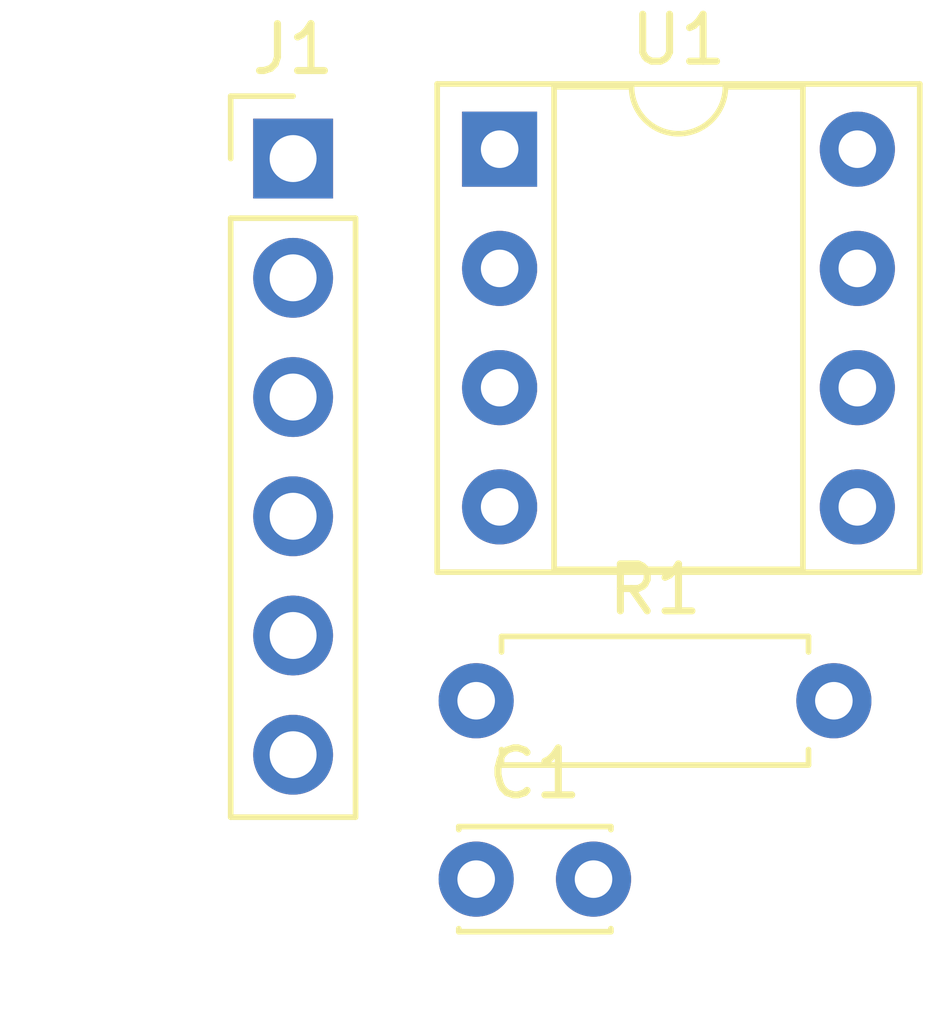
<source format=kicad_pcb>
(kicad_pcb (version 20221018) (generator pcbnew)
  (layers (0 "F.Cu" signal) (31 "B.Cu" signal) (34 "B.Paste" user) (35 "F.Paste" user) (36 "B.SilkS" user "B.Silkscreen") (37 "F.SilkS" user "F.Silkscreen") (38 "B.Mask" user) (39 "F.Mask" user) (44 "Edge.Cuts" user))
  (net 0 "")
  (net 1 "module Out")
  (net 2 "Net-(U1--)")
  (net 3 "module +VCC")
  (net 4 "module -VCC")
  (net 5 "GND")
  (net 6 "module In 1")
  (net 8 "module 4 -VCC")
  (footprint "Connector_PinHeader_2.54mm:PinHeader_1x06_P2.54mm_Vertical" (layer "F.Cu") (at 65.46 113.24)
    (fp_text reference "J1" (at 0 -2.33) (layer "F.SilkS"))
    (fp_text value "Conn_01x06_Pin")
    (fp_line (start -1.33 -1.33) (end 0 -1.33) (stroke (width 0.12)) (layer "F.SilkS"))
    (fp_line (start -1.33 0) (end -1.33 -1.33) (stroke (width 0.12)) (layer "F.SilkS"))
    (fp_line (start -1.33 1.27) (end -1.33 14.03) (stroke (width 0.12)) (layer "F.SilkS"))
    (fp_line (start -1.33 1.27) (end 1.33 1.27) (stroke (width 0.12)) (layer "F.SilkS"))
    (fp_line (start -1.33 14.03) (end 1.33 14.03) (stroke (width 0.12)) (layer "F.SilkS"))
    (fp_line (start 1.33 1.27) (end 1.33 14.03) (stroke (width 0.12)) (layer "F.SilkS"))
    (pad "1" thru_hole rect (at 0 0) (size 1.7 1.7) (drill 1) (layers "*.Cu" "*.Mask") (net 3 "module +VCC"))
    (pad "2" thru_hole oval (at 0 2.54) (size 1.7 1.7) (drill 1) (layers "*.Cu" "*.Mask") (net 4 "module -VCC"))
    (pad "3" thru_hole oval (at 0 5.08) (size 1.7 1.7) (drill 1) (layers "*.Cu" "*.Mask") (net 5 "GND"))
    (pad "4" thru_hole oval (at 0 7.62) (size 1.7 1.7) (drill 1) (layers "*.Cu" "*.Mask") (net 6 "module In 1"))
    (pad "5" thru_hole oval (at 0 10.16) (size 1.7 1.7) (drill 1) (layers "*.Cu" "*.Mask") (net 6 "module In 1"))
    (pad "6" thru_hole oval (at 0 12.7) (size 1.7 1.7) (drill 1) (layers "*.Cu" "*.Mask") (net 1 "module Out"))
  )
  (footprint "Capacitor_THT:C_Disc_D3.0mm_W2.0mm_P2.50mm" (layer "F.Cu") (at 69.36 128.59)
    (fp_text reference "C1" (at 1.25 -2.25) (layer "F.SilkS"))
    (fp_text value "C")
    (fp_line (start -0.37 -1.12) (end -0.37 -1.055) (stroke (width 0.12)) (layer "F.SilkS"))
    (fp_line (start -0.37 -1.12) (end 2.87 -1.12) (stroke (width 0.12)) (layer "F.SilkS"))
    (fp_line (start -0.37 1.055) (end -0.37 1.12) (stroke (width 0.12)) (layer "F.SilkS"))
    (fp_line (start -0.37 1.12) (end 2.87 1.12) (stroke (width 0.12)) (layer "F.SilkS"))
    (fp_line (start 2.87 -1.12) (end 2.87 -1.055) (stroke (width 0.12)) (layer "F.SilkS"))
    (fp_line (start 2.87 1.055) (end 2.87 1.12) (stroke (width 0.12)) (layer "F.SilkS"))
    (pad "1" thru_hole circle (at 0 0) (size 1.6 1.6) (drill 0.8) (layers "*.Cu" "*.Mask") (net 1 "module Out"))
    (pad "2" thru_hole circle (at 2.5 0) (size 1.6 1.6) (drill 0.8) (layers "*.Cu" "*.Mask") (net 2 "Net-(U1--)"))
  )
  (footprint "Package_DIP:DIP-8_W7.62mm_Socket" (layer "F.Cu") (at 69.86 113.04)
    (fp_text reference "U1" (at 3.81 -2.33) (layer "F.SilkS"))
    (fp_text value "TL071")
    (fp_line (start -1.33 -1.39) (end -1.33 9.01) (stroke (width 0.12)) (layer "F.SilkS"))
    (fp_line (start -1.33 9.01) (end 8.95 9.01) (stroke (width 0.12)) (layer "F.SilkS"))
    (fp_line (start 1.16 -1.33) (end 1.16 8.95) (stroke (width 0.12)) (layer "F.SilkS"))
    (fp_line (start 1.16 8.95) (end 6.46 8.95) (stroke (width 0.12)) (layer "F.SilkS"))
    (fp_line (start 2.81 -1.33) (end 1.16 -1.33) (stroke (width 0.12)) (layer "F.SilkS"))
    (fp_line (start 6.46 -1.33) (end 4.81 -1.33) (stroke (width 0.12)) (layer "F.SilkS"))
    (fp_line (start 6.46 8.95) (end 6.46 -1.33) (stroke (width 0.12)) (layer "F.SilkS"))
    (fp_line (start 8.95 -1.39) (end -1.33 -1.39) (stroke (width 0.12)) (layer "F.SilkS"))
    (fp_line (start 8.95 9.01) (end 8.95 -1.39) (stroke (width 0.12)) (layer "F.SilkS"))
    (fp_arc (start 4.81 -1.33) (mid 3.81 -0.33) (end 2.81 -1.33) (stroke (width 0.12)) (layer "F.SilkS"))
    (pad "1" thru_hole rect (at 0 0) (size 1.6 1.6) (drill 0.8) (layers "*.Cu" "*.Mask"))
    (pad "2" thru_hole oval (at 0 2.54) (size 1.6 1.6) (drill 0.8) (layers "*.Cu" "*.Mask") (net 2 "Net-(U1--)"))
    (pad "3" thru_hole oval (at 0 5.08) (size 1.6 1.6) (drill 0.8) (layers "*.Cu" "*.Mask") (net 5 "GND"))
    (pad "4" thru_hole oval (at 0 7.62) (size 1.6 1.6) (drill 0.8) (layers "*.Cu" "*.Mask") (net 8 "module 4 -VCC"))
    (pad "5" thru_hole oval (at 7.62 7.62) (size 1.6 1.6) (drill 0.8) (layers "*.Cu" "*.Mask"))
    (pad "6" thru_hole oval (at 7.62 5.08) (size 1.6 1.6) (drill 0.8) (layers "*.Cu" "*.Mask") (net 1 "module Out"))
    (pad "7" thru_hole oval (at 7.62 2.54) (size 1.6 1.6) (drill 0.8) (layers "*.Cu" "*.Mask") (net 3 "module +VCC"))
    (pad "8" thru_hole oval (at 7.62 0) (size 1.6 1.6) (drill 0.8) (layers "*.Cu" "*.Mask"))
  )
  (footprint "Resistor_THT:R_Axial_DIN0207_L6.3mm_D2.5mm_P7.62mm_Horizontal" (layer "F.Cu") (at 69.36 124.79)
    (fp_text reference "R1" (at 3.81 -2.37) (layer "F.SilkS"))
    (fp_text value "R")
    (fp_line (start 0.54 -1.37) (end 7.08 -1.37) (stroke (width 0.12)) (layer "F.SilkS"))
    (fp_line (start 0.54 -1.04) (end 0.54 -1.37) (stroke (width 0.12)) (layer "F.SilkS"))
    (fp_line (start 0.54 1.04) (end 0.54 1.37) (stroke (width 0.12)) (layer "F.SilkS"))
    (fp_line (start 0.54 1.37) (end 7.08 1.37) (stroke (width 0.12)) (layer "F.SilkS"))
    (fp_line (start 7.08 -1.37) (end 7.08 -1.04) (stroke (width 0.12)) (layer "F.SilkS"))
    (fp_line (start 7.08 1.37) (end 7.08 1.04) (stroke (width 0.12)) (layer "F.SilkS"))
    (pad "1" thru_hole circle (at 0 0) (size 1.6 1.6) (drill 0.8) (layers "*.Cu" "*.Mask") (net 2 "Net-(U1--)"))
    (pad "2" thru_hole oval (at 7.62 0) (size 1.6 1.6) (drill 0.8) (layers "*.Cu" "*.Mask") (net 6 "module In 1"))
  )
)
</source>
